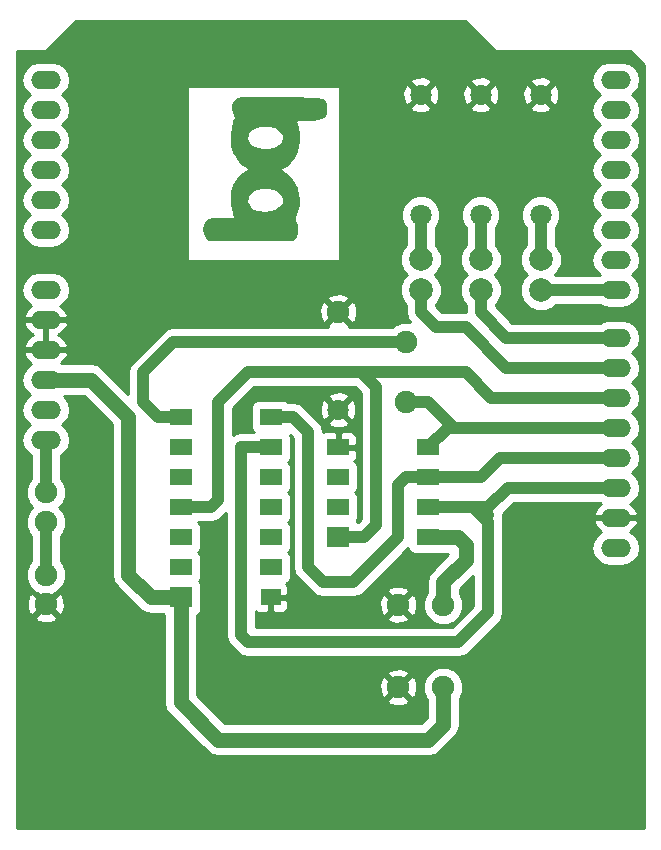
<source format=gtl>
G04 (created by PCBNEW (2013-jul-07)-stable) date Mon 16 Feb 2015 12:54:56 CET*
%MOIN*%
G04 Gerber Fmt 3.4, Leading zero omitted, Abs format*
%FSLAX34Y34*%
G01*
G70*
G90*
G04 APERTURE LIST*
%ADD10C,0.00590551*%
%ADD11C,0.0001*%
%ADD12C,0.0748031*%
%ADD13R,0.0748031X0.0708661*%
%ADD14R,0.0748031X0.0551181*%
%ADD15R,0.0669291X0.0551181*%
%ADD16C,0.0708661*%
%ADD17O,0.1X0.06*%
%ADD18C,0.0787402*%
%ADD19C,0.04*%
%ADD20C,0.05*%
%ADD21C,0.01*%
G04 APERTURE END LIST*
G54D10*
G54D11*
G36*
X63036Y-24567D02*
X63268Y-24569D01*
X63555Y-24573D01*
X63849Y-24577D01*
X64206Y-24582D01*
X64502Y-24587D01*
X64743Y-24593D01*
X64934Y-24602D01*
X65082Y-24614D01*
X65192Y-24631D01*
X65269Y-24654D01*
X65320Y-24685D01*
X65351Y-24726D01*
X65366Y-24776D01*
X65372Y-24839D01*
X65374Y-24915D01*
X65375Y-24937D01*
X65374Y-25058D01*
X65363Y-25158D01*
X65348Y-25209D01*
X65291Y-25275D01*
X65206Y-25321D01*
X65081Y-25350D01*
X64908Y-25364D01*
X64752Y-25367D01*
X64604Y-25369D01*
X64485Y-25375D01*
X64407Y-25383D01*
X64384Y-25392D01*
X64393Y-25436D01*
X64416Y-25521D01*
X64429Y-25566D01*
X63307Y-25566D01*
X63132Y-25582D01*
X62974Y-25629D01*
X62847Y-25708D01*
X62816Y-25741D01*
X62759Y-25856D01*
X62756Y-25984D01*
X62803Y-26107D01*
X62893Y-26209D01*
X62973Y-26255D01*
X63092Y-26285D01*
X63248Y-26299D01*
X63415Y-26296D01*
X63567Y-26277D01*
X63671Y-26246D01*
X63784Y-26172D01*
X63871Y-26079D01*
X63914Y-25985D01*
X63917Y-25961D01*
X63902Y-25887D01*
X63866Y-25798D01*
X63865Y-25796D01*
X63778Y-25696D01*
X63646Y-25623D01*
X63484Y-25580D01*
X63307Y-25566D01*
X64429Y-25566D01*
X64434Y-25580D01*
X64475Y-25792D01*
X64482Y-26028D01*
X64457Y-26258D01*
X64413Y-26420D01*
X64317Y-26610D01*
X64186Y-26778D01*
X64036Y-26903D01*
X63989Y-26931D01*
X63873Y-26990D01*
X64022Y-27092D01*
X64186Y-27238D01*
X64319Y-27432D01*
X64403Y-27617D01*
X64410Y-27647D01*
X63222Y-27647D01*
X63053Y-27681D01*
X62915Y-27747D01*
X62815Y-27837D01*
X62759Y-27946D01*
X62753Y-28066D01*
X62806Y-28191D01*
X62836Y-28230D01*
X62957Y-28326D01*
X63115Y-28384D01*
X63294Y-28404D01*
X63477Y-28388D01*
X63646Y-28335D01*
X63784Y-28245D01*
X63814Y-28215D01*
X63894Y-28097D01*
X63911Y-27989D01*
X63867Y-27881D01*
X63847Y-27854D01*
X63745Y-27756D01*
X63612Y-27691D01*
X63431Y-27653D01*
X63415Y-27651D01*
X63222Y-27647D01*
X64410Y-27647D01*
X64449Y-27796D01*
X64467Y-28005D01*
X64459Y-28220D01*
X64424Y-28414D01*
X64390Y-28512D01*
X64349Y-28610D01*
X64337Y-28671D01*
X64350Y-28718D01*
X64367Y-28744D01*
X64406Y-28844D01*
X64419Y-28977D01*
X64408Y-29117D01*
X64373Y-29236D01*
X64348Y-29279D01*
X64279Y-29367D01*
X62851Y-29367D01*
X61423Y-29367D01*
X61336Y-29264D01*
X61269Y-29139D01*
X61245Y-28989D01*
X61263Y-28841D01*
X61325Y-28716D01*
X61331Y-28710D01*
X61366Y-28672D01*
X61402Y-28646D01*
X61452Y-28629D01*
X61528Y-28618D01*
X61644Y-28612D01*
X61812Y-28607D01*
X61845Y-28606D01*
X62279Y-28595D01*
X62226Y-28456D01*
X62193Y-28324D01*
X62174Y-28138D01*
X62170Y-28000D01*
X62171Y-27840D01*
X62180Y-27725D01*
X62200Y-27632D01*
X62236Y-27540D01*
X62254Y-27500D01*
X62373Y-27304D01*
X62520Y-27143D01*
X62664Y-27043D01*
X62730Y-27006D01*
X62741Y-26982D01*
X62704Y-26956D01*
X62700Y-26954D01*
X62578Y-26864D01*
X62451Y-26736D01*
X62336Y-26590D01*
X62251Y-26448D01*
X62230Y-26397D01*
X62188Y-26219D01*
X62168Y-26011D01*
X62169Y-25797D01*
X62192Y-25598D01*
X62237Y-25437D01*
X62243Y-25422D01*
X62284Y-25324D01*
X62297Y-25263D01*
X62283Y-25216D01*
X62266Y-25189D01*
X62235Y-25105D01*
X62219Y-24985D01*
X62221Y-24859D01*
X62241Y-24755D01*
X62251Y-24732D01*
X62304Y-24673D01*
X62385Y-24616D01*
X62393Y-24612D01*
X62425Y-24598D01*
X62466Y-24587D01*
X62523Y-24578D01*
X62602Y-24572D01*
X62709Y-24568D01*
X62852Y-24567D01*
X63036Y-24567D01*
X63036Y-24567D01*
X63036Y-24567D01*
G37*
G54D12*
X68000Y-34750D03*
X69250Y-41500D03*
X69250Y-44250D03*
X67750Y-44250D03*
G54D13*
X60500Y-41250D03*
G54D14*
X60500Y-40250D03*
X60500Y-39250D03*
X60500Y-38250D03*
X60500Y-37250D03*
X60500Y-36250D03*
X60500Y-35250D03*
X63500Y-35250D03*
X63500Y-36250D03*
X63500Y-37250D03*
X63500Y-38250D03*
X63500Y-39250D03*
X63500Y-40250D03*
G54D15*
X63500Y-41250D03*
G54D16*
X65750Y-35000D03*
G54D12*
X65750Y-31750D03*
X56000Y-40500D03*
X56000Y-41484D03*
X56000Y-38750D03*
X56000Y-37750D03*
G54D13*
X65750Y-39250D03*
G54D14*
X65750Y-38250D03*
X65750Y-37250D03*
X65750Y-36250D03*
X68750Y-36250D03*
X68750Y-37250D03*
X68750Y-38250D03*
X68750Y-39250D03*
G54D17*
X56000Y-24000D03*
X56000Y-25000D03*
X56000Y-26000D03*
X56000Y-29000D03*
X56000Y-28000D03*
X56000Y-27000D03*
X56000Y-31000D03*
X56000Y-32000D03*
X56000Y-33000D03*
X56000Y-35000D03*
X56000Y-36000D03*
X75000Y-24000D03*
X75000Y-25000D03*
X75000Y-26000D03*
X75000Y-27000D03*
X75000Y-28000D03*
X75000Y-29000D03*
X75000Y-30000D03*
X75000Y-31000D03*
X75000Y-32600D03*
X75000Y-33600D03*
X75000Y-34600D03*
X75000Y-35600D03*
X75000Y-36600D03*
X75000Y-37600D03*
X75000Y-38600D03*
X75000Y-39600D03*
X56000Y-34000D03*
G54D18*
X72500Y-31011D03*
X72500Y-29988D03*
X70500Y-31011D03*
X70500Y-29988D03*
X68500Y-31011D03*
X68500Y-29988D03*
G54D16*
X72500Y-24500D03*
X72500Y-28500D03*
X70500Y-24500D03*
X70500Y-28500D03*
X68500Y-24500D03*
X68500Y-28500D03*
G54D12*
X67750Y-41500D03*
X68000Y-32750D03*
G54D19*
X75000Y-32600D02*
X71350Y-32600D01*
X70500Y-31750D02*
X70500Y-31011D01*
X71350Y-32600D02*
X70500Y-31750D01*
X68750Y-38250D02*
X70250Y-38250D01*
X70250Y-38250D02*
X70500Y-38500D01*
X70500Y-38500D02*
X70750Y-38500D01*
X70750Y-38500D02*
X70500Y-38500D01*
X63500Y-36250D02*
X62500Y-36250D01*
X62500Y-36250D02*
X62500Y-42500D01*
X62500Y-42500D02*
X62750Y-42750D01*
X62750Y-42750D02*
X69750Y-42750D01*
X69750Y-42750D02*
X70750Y-41750D01*
X70750Y-41750D02*
X70750Y-38750D01*
X70750Y-38750D02*
X70500Y-38500D01*
X70500Y-38500D02*
X70500Y-38500D01*
X75000Y-37600D02*
X71400Y-37600D01*
X70750Y-38250D02*
X68750Y-38250D01*
X71400Y-37600D02*
X70750Y-38250D01*
X68000Y-32750D02*
X60250Y-32750D01*
X59750Y-35250D02*
X60500Y-35250D01*
X59250Y-34750D02*
X59750Y-35250D01*
X59250Y-33750D02*
X59250Y-34750D01*
X60250Y-32750D02*
X59250Y-33750D01*
X68000Y-34750D02*
X68750Y-34750D01*
X68750Y-34750D02*
X69600Y-35600D01*
X75000Y-35600D02*
X69600Y-35600D01*
X69600Y-35600D02*
X69400Y-35600D01*
X69400Y-35600D02*
X68750Y-36250D01*
X65750Y-39250D02*
X66599Y-39250D01*
X67000Y-34250D02*
X66500Y-33750D01*
X67000Y-38849D02*
X67000Y-34250D01*
X66599Y-39250D02*
X67000Y-38849D01*
X75000Y-34600D02*
X70850Y-34600D01*
X70000Y-33750D02*
X67250Y-33750D01*
X70850Y-34600D02*
X70000Y-33750D01*
X60500Y-38250D02*
X61500Y-38250D01*
X62750Y-33750D02*
X66500Y-33750D01*
X66500Y-33750D02*
X67250Y-33750D01*
X61750Y-34750D02*
X62750Y-33750D01*
X61750Y-38000D02*
X61750Y-34750D01*
X61500Y-38250D02*
X61750Y-38000D01*
X75000Y-31000D02*
X72511Y-31000D01*
X72511Y-31000D02*
X72500Y-31011D01*
X63500Y-35250D02*
X64250Y-35250D01*
X68000Y-37250D02*
X68750Y-37250D01*
X67750Y-37500D02*
X68000Y-37250D01*
X67750Y-39250D02*
X67750Y-37500D01*
X66250Y-40750D02*
X67750Y-39250D01*
X65250Y-40750D02*
X66250Y-40750D01*
X64750Y-40250D02*
X65250Y-40750D01*
X64750Y-35750D02*
X64750Y-40250D01*
X64250Y-35250D02*
X64750Y-35750D01*
X75000Y-36600D02*
X71150Y-36600D01*
X70500Y-37250D02*
X68750Y-37250D01*
X71150Y-36600D02*
X70500Y-37250D01*
X72500Y-29988D02*
X72500Y-28500D01*
X70500Y-29988D02*
X70500Y-28500D01*
X68500Y-29988D02*
X68500Y-28500D01*
X56000Y-38750D02*
X56000Y-40500D01*
X56000Y-36000D02*
X56000Y-37750D01*
X68500Y-31011D02*
X68500Y-31750D01*
X71350Y-33600D02*
X75000Y-33600D01*
X70000Y-32250D02*
X71350Y-33600D01*
X69000Y-32250D02*
X70000Y-32250D01*
X68500Y-31750D02*
X69000Y-32250D01*
G54D20*
X69250Y-44250D02*
X69250Y-45500D01*
X60500Y-44750D02*
X60500Y-41250D01*
X61750Y-46000D02*
X60500Y-44750D01*
X68750Y-46000D02*
X61750Y-46000D01*
X69250Y-45500D02*
X68750Y-46000D01*
X68750Y-39250D02*
X69250Y-39250D01*
X69250Y-40750D02*
X69250Y-41500D01*
X70000Y-40000D02*
X69250Y-40750D01*
X70000Y-39500D02*
X70000Y-40000D01*
X69750Y-39250D02*
X70000Y-39500D01*
X69250Y-39250D02*
X69750Y-39250D01*
X56000Y-34000D02*
X57500Y-34000D01*
X59500Y-41250D02*
X60500Y-41250D01*
X58750Y-40500D02*
X59500Y-41250D01*
X58750Y-35250D02*
X58750Y-40500D01*
X57500Y-34000D02*
X58750Y-35250D01*
G54D10*
G36*
X64150Y-35857D02*
X64250Y-35957D01*
X64250Y-40250D01*
X64288Y-40441D01*
X64396Y-40603D01*
X64396Y-40603D01*
X64896Y-41103D01*
X65058Y-41211D01*
X65250Y-41250D01*
X65250Y-41250D01*
X66249Y-41250D01*
X66250Y-41250D01*
X66441Y-41211D01*
X66603Y-41103D01*
X68089Y-39617D01*
X68121Y-39695D01*
X68205Y-39779D01*
X68316Y-39825D01*
X68435Y-39825D01*
X69183Y-39825D01*
X69245Y-39800D01*
X69250Y-39800D01*
X69422Y-39800D01*
X68861Y-40361D01*
X68741Y-40539D01*
X68700Y-40750D01*
X68700Y-40871D01*
X67849Y-40871D01*
X67601Y-40881D01*
X67417Y-40957D01*
X67381Y-41060D01*
X67451Y-41131D01*
X67310Y-41131D01*
X67207Y-41167D01*
X67158Y-41300D01*
X64022Y-41300D01*
X63550Y-41300D01*
X63550Y-41713D01*
X63612Y-41775D01*
X63785Y-41775D01*
X63884Y-41775D01*
X63976Y-41737D01*
X64046Y-41667D01*
X64084Y-41575D01*
X64084Y-41362D01*
X64022Y-41300D01*
X67158Y-41300D01*
X67121Y-41400D01*
X67131Y-41648D01*
X67207Y-41832D01*
X67310Y-41868D01*
X67679Y-41500D01*
X67310Y-41131D01*
X67451Y-41131D01*
X67750Y-41429D01*
X68118Y-41060D01*
X68082Y-40957D01*
X67849Y-40871D01*
X68700Y-40871D01*
X68700Y-41096D01*
X68678Y-41117D01*
X68673Y-41131D01*
X68189Y-41131D01*
X67820Y-41500D01*
X67891Y-41570D01*
X67750Y-41570D01*
X67381Y-41939D01*
X67417Y-42042D01*
X67650Y-42128D01*
X67898Y-42118D01*
X68082Y-42042D01*
X68118Y-41939D01*
X67750Y-41570D01*
X67891Y-41570D01*
X68189Y-41868D01*
X68292Y-41832D01*
X68378Y-41599D01*
X68368Y-41351D01*
X68292Y-41167D01*
X68189Y-41131D01*
X68673Y-41131D01*
X68576Y-41365D01*
X68575Y-41633D01*
X68678Y-41881D01*
X68867Y-42071D01*
X69115Y-42173D01*
X69383Y-42174D01*
X69631Y-42071D01*
X69821Y-41882D01*
X69923Y-41634D01*
X69924Y-41366D01*
X69821Y-41118D01*
X69800Y-41096D01*
X69800Y-40977D01*
X70250Y-40527D01*
X70250Y-41542D01*
X69542Y-42250D01*
X63000Y-42250D01*
X63000Y-41713D01*
X63023Y-41737D01*
X63115Y-41775D01*
X63214Y-41775D01*
X63387Y-41775D01*
X63450Y-41713D01*
X63450Y-41300D01*
X63442Y-41300D01*
X63442Y-41200D01*
X63450Y-41200D01*
X63450Y-41192D01*
X63550Y-41192D01*
X63550Y-41200D01*
X64022Y-41200D01*
X64084Y-41137D01*
X64084Y-40924D01*
X64046Y-40832D01*
X64008Y-40794D01*
X64043Y-40780D01*
X64128Y-40695D01*
X64173Y-40585D01*
X64174Y-40466D01*
X64174Y-39914D01*
X64128Y-39804D01*
X64073Y-39749D01*
X64128Y-39695D01*
X64173Y-39585D01*
X64174Y-39466D01*
X64174Y-38914D01*
X64128Y-38804D01*
X64073Y-38749D01*
X64128Y-38695D01*
X64173Y-38585D01*
X64174Y-38466D01*
X64174Y-37914D01*
X64128Y-37804D01*
X64073Y-37749D01*
X64128Y-37695D01*
X64173Y-37585D01*
X64174Y-37466D01*
X64174Y-36914D01*
X64128Y-36804D01*
X64073Y-36749D01*
X64128Y-36695D01*
X64173Y-36585D01*
X64174Y-36466D01*
X64174Y-35914D01*
X64150Y-35857D01*
X64150Y-35857D01*
G37*
G54D21*
X64150Y-35857D02*
X64250Y-35957D01*
X64250Y-40250D01*
X64288Y-40441D01*
X64396Y-40603D01*
X64396Y-40603D01*
X64896Y-41103D01*
X65058Y-41211D01*
X65250Y-41250D01*
X65250Y-41250D01*
X66249Y-41250D01*
X66250Y-41250D01*
X66441Y-41211D01*
X66603Y-41103D01*
X68089Y-39617D01*
X68121Y-39695D01*
X68205Y-39779D01*
X68316Y-39825D01*
X68435Y-39825D01*
X69183Y-39825D01*
X69245Y-39800D01*
X69250Y-39800D01*
X69422Y-39800D01*
X68861Y-40361D01*
X68741Y-40539D01*
X68700Y-40750D01*
X68700Y-40871D01*
X67849Y-40871D01*
X67601Y-40881D01*
X67417Y-40957D01*
X67381Y-41060D01*
X67451Y-41131D01*
X67310Y-41131D01*
X67207Y-41167D01*
X67158Y-41300D01*
X64022Y-41300D01*
X63550Y-41300D01*
X63550Y-41713D01*
X63612Y-41775D01*
X63785Y-41775D01*
X63884Y-41775D01*
X63976Y-41737D01*
X64046Y-41667D01*
X64084Y-41575D01*
X64084Y-41362D01*
X64022Y-41300D01*
X67158Y-41300D01*
X67121Y-41400D01*
X67131Y-41648D01*
X67207Y-41832D01*
X67310Y-41868D01*
X67679Y-41500D01*
X67310Y-41131D01*
X67451Y-41131D01*
X67750Y-41429D01*
X68118Y-41060D01*
X68082Y-40957D01*
X67849Y-40871D01*
X68700Y-40871D01*
X68700Y-41096D01*
X68678Y-41117D01*
X68673Y-41131D01*
X68189Y-41131D01*
X67820Y-41500D01*
X67891Y-41570D01*
X67750Y-41570D01*
X67381Y-41939D01*
X67417Y-42042D01*
X67650Y-42128D01*
X67898Y-42118D01*
X68082Y-42042D01*
X68118Y-41939D01*
X67750Y-41570D01*
X67891Y-41570D01*
X68189Y-41868D01*
X68292Y-41832D01*
X68378Y-41599D01*
X68368Y-41351D01*
X68292Y-41167D01*
X68189Y-41131D01*
X68673Y-41131D01*
X68576Y-41365D01*
X68575Y-41633D01*
X68678Y-41881D01*
X68867Y-42071D01*
X69115Y-42173D01*
X69383Y-42174D01*
X69631Y-42071D01*
X69821Y-41882D01*
X69923Y-41634D01*
X69924Y-41366D01*
X69821Y-41118D01*
X69800Y-41096D01*
X69800Y-40977D01*
X70250Y-40527D01*
X70250Y-41542D01*
X69542Y-42250D01*
X63000Y-42250D01*
X63000Y-41713D01*
X63023Y-41737D01*
X63115Y-41775D01*
X63214Y-41775D01*
X63387Y-41775D01*
X63450Y-41713D01*
X63450Y-41300D01*
X63442Y-41300D01*
X63442Y-41200D01*
X63450Y-41200D01*
X63450Y-41192D01*
X63550Y-41192D01*
X63550Y-41200D01*
X64022Y-41200D01*
X64084Y-41137D01*
X64084Y-40924D01*
X64046Y-40832D01*
X64008Y-40794D01*
X64043Y-40780D01*
X64128Y-40695D01*
X64173Y-40585D01*
X64174Y-40466D01*
X64174Y-39914D01*
X64128Y-39804D01*
X64073Y-39749D01*
X64128Y-39695D01*
X64173Y-39585D01*
X64174Y-39466D01*
X64174Y-38914D01*
X64128Y-38804D01*
X64073Y-38749D01*
X64128Y-38695D01*
X64173Y-38585D01*
X64174Y-38466D01*
X64174Y-37914D01*
X64128Y-37804D01*
X64073Y-37749D01*
X64128Y-37695D01*
X64173Y-37585D01*
X64174Y-37466D01*
X64174Y-36914D01*
X64128Y-36804D01*
X64073Y-36749D01*
X64128Y-36695D01*
X64173Y-36585D01*
X64174Y-36466D01*
X64174Y-35914D01*
X64150Y-35857D01*
G54D10*
G36*
X66292Y-34250D02*
X66434Y-34391D01*
X65844Y-34391D01*
X65604Y-34401D01*
X65429Y-34473D01*
X65395Y-34574D01*
X65466Y-34645D01*
X65324Y-34645D01*
X65223Y-34679D01*
X65141Y-34905D01*
X65151Y-35145D01*
X65223Y-35320D01*
X65324Y-35354D01*
X65679Y-35000D01*
X65324Y-34645D01*
X65466Y-34645D01*
X65750Y-34929D01*
X66104Y-34574D01*
X66070Y-34473D01*
X65844Y-34391D01*
X66434Y-34391D01*
X66500Y-34457D01*
X66500Y-34645D01*
X66175Y-34645D01*
X65820Y-35000D01*
X65891Y-35070D01*
X65750Y-35070D01*
X65395Y-35425D01*
X65429Y-35526D01*
X65655Y-35608D01*
X65895Y-35598D01*
X66070Y-35526D01*
X66104Y-35425D01*
X65750Y-35070D01*
X65891Y-35070D01*
X66175Y-35354D01*
X66276Y-35320D01*
X66358Y-35094D01*
X66348Y-34854D01*
X66276Y-34679D01*
X66175Y-34645D01*
X66500Y-34645D01*
X66500Y-35724D01*
X66074Y-35724D01*
X65862Y-35724D01*
X65800Y-35786D01*
X65800Y-36200D01*
X66311Y-36200D01*
X66374Y-36137D01*
X66374Y-35924D01*
X66336Y-35832D01*
X66265Y-35762D01*
X66173Y-35724D01*
X66074Y-35724D01*
X66500Y-35724D01*
X66500Y-38642D01*
X66392Y-38750D01*
X66388Y-38750D01*
X66378Y-38725D01*
X66363Y-38710D01*
X66378Y-38695D01*
X66423Y-38585D01*
X66424Y-38466D01*
X66424Y-37914D01*
X66378Y-37804D01*
X66323Y-37749D01*
X66378Y-37695D01*
X66423Y-37585D01*
X66424Y-37466D01*
X66424Y-36914D01*
X66378Y-36804D01*
X66294Y-36720D01*
X66286Y-36716D01*
X66336Y-36667D01*
X66374Y-36575D01*
X66374Y-36362D01*
X66311Y-36300D01*
X65800Y-36300D01*
X65800Y-36307D01*
X65700Y-36307D01*
X65700Y-36300D01*
X65692Y-36300D01*
X65692Y-36200D01*
X65700Y-36200D01*
X65700Y-35786D01*
X65637Y-35724D01*
X65425Y-35724D01*
X65326Y-35724D01*
X65250Y-35756D01*
X65250Y-35750D01*
X65250Y-35750D01*
X65250Y-35750D01*
X65211Y-35558D01*
X65103Y-35396D01*
X64603Y-34896D01*
X64603Y-34896D01*
X64603Y-34896D01*
X64441Y-34788D01*
X64250Y-34750D01*
X64073Y-34750D01*
X64044Y-34720D01*
X63933Y-34674D01*
X63814Y-34674D01*
X63066Y-34674D01*
X62956Y-34719D01*
X62871Y-34804D01*
X62826Y-34914D01*
X62825Y-35033D01*
X62825Y-35585D01*
X62871Y-35695D01*
X62926Y-35750D01*
X62500Y-35750D01*
X62308Y-35788D01*
X62250Y-35827D01*
X62250Y-34957D01*
X62957Y-34250D01*
X66292Y-34250D01*
X66292Y-34250D01*
G37*
G54D21*
X66292Y-34250D02*
X66434Y-34391D01*
X65844Y-34391D01*
X65604Y-34401D01*
X65429Y-34473D01*
X65395Y-34574D01*
X65466Y-34645D01*
X65324Y-34645D01*
X65223Y-34679D01*
X65141Y-34905D01*
X65151Y-35145D01*
X65223Y-35320D01*
X65324Y-35354D01*
X65679Y-35000D01*
X65324Y-34645D01*
X65466Y-34645D01*
X65750Y-34929D01*
X66104Y-34574D01*
X66070Y-34473D01*
X65844Y-34391D01*
X66434Y-34391D01*
X66500Y-34457D01*
X66500Y-34645D01*
X66175Y-34645D01*
X65820Y-35000D01*
X65891Y-35070D01*
X65750Y-35070D01*
X65395Y-35425D01*
X65429Y-35526D01*
X65655Y-35608D01*
X65895Y-35598D01*
X66070Y-35526D01*
X66104Y-35425D01*
X65750Y-35070D01*
X65891Y-35070D01*
X66175Y-35354D01*
X66276Y-35320D01*
X66358Y-35094D01*
X66348Y-34854D01*
X66276Y-34679D01*
X66175Y-34645D01*
X66500Y-34645D01*
X66500Y-35724D01*
X66074Y-35724D01*
X65862Y-35724D01*
X65800Y-35786D01*
X65800Y-36200D01*
X66311Y-36200D01*
X66374Y-36137D01*
X66374Y-35924D01*
X66336Y-35832D01*
X66265Y-35762D01*
X66173Y-35724D01*
X66074Y-35724D01*
X66500Y-35724D01*
X66500Y-38642D01*
X66392Y-38750D01*
X66388Y-38750D01*
X66378Y-38725D01*
X66363Y-38710D01*
X66378Y-38695D01*
X66423Y-38585D01*
X66424Y-38466D01*
X66424Y-37914D01*
X66378Y-37804D01*
X66323Y-37749D01*
X66378Y-37695D01*
X66423Y-37585D01*
X66424Y-37466D01*
X66424Y-36914D01*
X66378Y-36804D01*
X66294Y-36720D01*
X66286Y-36716D01*
X66336Y-36667D01*
X66374Y-36575D01*
X66374Y-36362D01*
X66311Y-36300D01*
X65800Y-36300D01*
X65800Y-36307D01*
X65700Y-36307D01*
X65700Y-36300D01*
X65692Y-36300D01*
X65692Y-36200D01*
X65700Y-36200D01*
X65700Y-35786D01*
X65637Y-35724D01*
X65425Y-35724D01*
X65326Y-35724D01*
X65250Y-35756D01*
X65250Y-35750D01*
X65250Y-35750D01*
X65250Y-35750D01*
X65211Y-35558D01*
X65103Y-35396D01*
X64603Y-34896D01*
X64603Y-34896D01*
X64603Y-34896D01*
X64441Y-34788D01*
X64250Y-34750D01*
X64073Y-34750D01*
X64044Y-34720D01*
X63933Y-34674D01*
X63814Y-34674D01*
X63066Y-34674D01*
X62956Y-34719D01*
X62871Y-34804D01*
X62826Y-34914D01*
X62825Y-35033D01*
X62825Y-35585D01*
X62871Y-35695D01*
X62926Y-35750D01*
X62500Y-35750D01*
X62308Y-35788D01*
X62250Y-35827D01*
X62250Y-34957D01*
X62957Y-34250D01*
X66292Y-34250D01*
G54D10*
G36*
X69979Y-22050D02*
X70979Y-23050D01*
X75479Y-23050D01*
X75829Y-23400D01*
X75215Y-23400D01*
X74784Y-23400D01*
X56215Y-23400D01*
X55784Y-23400D01*
X55554Y-23445D01*
X55360Y-23575D01*
X55229Y-23770D01*
X55184Y-24000D01*
X55229Y-24229D01*
X55360Y-24424D01*
X55473Y-24500D01*
X55360Y-24575D01*
X55229Y-24770D01*
X55184Y-25000D01*
X55229Y-25229D01*
X55360Y-25424D01*
X55473Y-25500D01*
X55360Y-25575D01*
X55229Y-25770D01*
X55184Y-26000D01*
X55229Y-26229D01*
X55360Y-26424D01*
X55473Y-26500D01*
X55360Y-26575D01*
X55229Y-26770D01*
X55184Y-27000D01*
X55229Y-27229D01*
X55360Y-27424D01*
X55473Y-27500D01*
X55360Y-27575D01*
X55229Y-27770D01*
X55184Y-28000D01*
X55229Y-28229D01*
X55360Y-28424D01*
X55473Y-28500D01*
X55360Y-28575D01*
X55229Y-28770D01*
X55184Y-29000D01*
X55229Y-29229D01*
X55360Y-29424D01*
X55554Y-29554D01*
X55784Y-29600D01*
X56215Y-29600D01*
X56445Y-29554D01*
X56639Y-29424D01*
X56770Y-29229D01*
X56815Y-29000D01*
X56770Y-28770D01*
X56639Y-28575D01*
X56526Y-28500D01*
X56639Y-28424D01*
X56770Y-28229D01*
X56815Y-28000D01*
X56770Y-27770D01*
X56639Y-27575D01*
X56526Y-27500D01*
X56639Y-27424D01*
X56770Y-27229D01*
X56815Y-27000D01*
X56770Y-26770D01*
X56639Y-26575D01*
X56526Y-26500D01*
X56639Y-26424D01*
X56770Y-26229D01*
X56815Y-26000D01*
X56770Y-25770D01*
X56639Y-25575D01*
X56526Y-25500D01*
X56639Y-25424D01*
X56770Y-25229D01*
X56815Y-25000D01*
X56770Y-24770D01*
X56639Y-24575D01*
X56526Y-24500D01*
X56639Y-24424D01*
X56770Y-24229D01*
X56815Y-24000D01*
X56770Y-23770D01*
X56639Y-23575D01*
X56445Y-23445D01*
X56215Y-23400D01*
X74784Y-23400D01*
X74554Y-23445D01*
X74360Y-23575D01*
X74229Y-23770D01*
X74205Y-23891D01*
X72594Y-23891D01*
X70594Y-23891D01*
X68594Y-23891D01*
X68354Y-23901D01*
X68179Y-23973D01*
X68145Y-24074D01*
X68216Y-24145D01*
X68074Y-24145D01*
X67973Y-24179D01*
X67966Y-24200D01*
X65800Y-24200D01*
X60700Y-24200D01*
X60700Y-30050D01*
X65800Y-30050D01*
X65800Y-24200D01*
X67966Y-24200D01*
X67891Y-24405D01*
X67901Y-24645D01*
X67973Y-24820D01*
X68074Y-24854D01*
X68429Y-24500D01*
X68129Y-24200D01*
X68074Y-24145D01*
X68216Y-24145D01*
X68270Y-24200D01*
X68500Y-24429D01*
X68729Y-24200D01*
X68854Y-24074D01*
X68820Y-23973D01*
X68594Y-23891D01*
X70594Y-23891D01*
X70354Y-23901D01*
X70179Y-23973D01*
X70145Y-24074D01*
X70216Y-24145D01*
X70074Y-24145D01*
X68925Y-24145D01*
X68870Y-24200D01*
X68570Y-24500D01*
X68641Y-24570D01*
X68500Y-24570D01*
X68145Y-24925D01*
X68179Y-25026D01*
X68405Y-25108D01*
X68645Y-25098D01*
X68820Y-25026D01*
X68854Y-24925D01*
X68500Y-24570D01*
X68641Y-24570D01*
X68925Y-24854D01*
X69026Y-24820D01*
X69108Y-24594D01*
X69098Y-24354D01*
X69034Y-24200D01*
X69026Y-24179D01*
X68925Y-24145D01*
X70074Y-24145D01*
X69973Y-24179D01*
X69966Y-24200D01*
X69891Y-24405D01*
X69901Y-24645D01*
X69973Y-24820D01*
X70074Y-24854D01*
X70429Y-24500D01*
X70129Y-24200D01*
X70074Y-24145D01*
X70216Y-24145D01*
X70270Y-24200D01*
X70500Y-24429D01*
X70729Y-24200D01*
X70854Y-24074D01*
X70820Y-23973D01*
X70594Y-23891D01*
X72594Y-23891D01*
X72354Y-23901D01*
X72179Y-23973D01*
X72145Y-24074D01*
X72216Y-24145D01*
X72074Y-24145D01*
X70925Y-24145D01*
X70870Y-24200D01*
X70570Y-24500D01*
X70641Y-24570D01*
X70500Y-24570D01*
X70145Y-24925D01*
X70179Y-25026D01*
X70405Y-25108D01*
X70645Y-25098D01*
X70820Y-25026D01*
X70854Y-24925D01*
X70500Y-24570D01*
X70641Y-24570D01*
X70925Y-24854D01*
X71026Y-24820D01*
X71108Y-24594D01*
X71098Y-24354D01*
X71034Y-24200D01*
X71026Y-24179D01*
X70925Y-24145D01*
X72074Y-24145D01*
X71973Y-24179D01*
X71966Y-24200D01*
X71891Y-24405D01*
X71901Y-24645D01*
X71973Y-24820D01*
X72074Y-24854D01*
X72429Y-24500D01*
X72129Y-24200D01*
X72074Y-24145D01*
X72216Y-24145D01*
X72270Y-24200D01*
X72500Y-24429D01*
X72729Y-24200D01*
X72854Y-24074D01*
X72820Y-23973D01*
X72594Y-23891D01*
X74205Y-23891D01*
X74184Y-24000D01*
X74213Y-24145D01*
X72925Y-24145D01*
X72870Y-24200D01*
X72570Y-24500D01*
X72641Y-24570D01*
X72500Y-24570D01*
X72145Y-24925D01*
X72179Y-25026D01*
X72405Y-25108D01*
X72645Y-25098D01*
X72820Y-25026D01*
X72854Y-24925D01*
X72500Y-24570D01*
X72641Y-24570D01*
X72925Y-24854D01*
X73026Y-24820D01*
X73108Y-24594D01*
X73098Y-24354D01*
X73034Y-24200D01*
X73026Y-24179D01*
X72925Y-24145D01*
X74213Y-24145D01*
X74224Y-24200D01*
X74229Y-24229D01*
X74360Y-24424D01*
X74473Y-24500D01*
X74360Y-24575D01*
X74229Y-24770D01*
X74184Y-25000D01*
X74229Y-25229D01*
X74360Y-25424D01*
X74473Y-25500D01*
X74360Y-25575D01*
X74229Y-25770D01*
X74184Y-26000D01*
X74229Y-26229D01*
X74360Y-26424D01*
X74473Y-26500D01*
X74360Y-26575D01*
X74229Y-26770D01*
X74184Y-27000D01*
X74229Y-27229D01*
X74360Y-27424D01*
X74473Y-27500D01*
X74360Y-27575D01*
X74229Y-27770D01*
X74184Y-28000D01*
X74229Y-28229D01*
X74360Y-28424D01*
X74473Y-28500D01*
X74360Y-28575D01*
X74229Y-28770D01*
X74184Y-29000D01*
X74229Y-29229D01*
X74360Y-29424D01*
X74473Y-29500D01*
X74360Y-29575D01*
X74229Y-29770D01*
X74184Y-30000D01*
X74229Y-30229D01*
X74360Y-30424D01*
X74473Y-30500D01*
X72969Y-30500D01*
X72969Y-30499D01*
X73087Y-30381D01*
X73193Y-30126D01*
X73193Y-29850D01*
X73088Y-29595D01*
X73000Y-29507D01*
X73000Y-28925D01*
X73054Y-28871D01*
X73154Y-28630D01*
X73154Y-28370D01*
X73055Y-28129D01*
X72871Y-27945D01*
X72630Y-27845D01*
X72370Y-27845D01*
X70370Y-27845D01*
X70129Y-27944D01*
X69945Y-28128D01*
X69845Y-28369D01*
X69845Y-28629D01*
X69944Y-28870D01*
X70000Y-28925D01*
X70000Y-29507D01*
X69912Y-29594D01*
X69806Y-29849D01*
X69806Y-30125D01*
X69911Y-30380D01*
X70030Y-30500D01*
X69912Y-30618D01*
X69806Y-30873D01*
X69806Y-31149D01*
X69911Y-31404D01*
X70000Y-31492D01*
X70000Y-31750D01*
X69207Y-31750D01*
X69000Y-31542D01*
X69000Y-31492D01*
X69087Y-31405D01*
X69193Y-31150D01*
X69193Y-30874D01*
X69088Y-30619D01*
X68969Y-30499D01*
X69087Y-30381D01*
X69193Y-30126D01*
X69193Y-29850D01*
X69088Y-29595D01*
X69000Y-29507D01*
X69000Y-28925D01*
X69054Y-28871D01*
X69154Y-28630D01*
X69154Y-28370D01*
X69055Y-28129D01*
X68871Y-27945D01*
X68630Y-27845D01*
X68370Y-27845D01*
X68129Y-27944D01*
X67945Y-28128D01*
X67845Y-28369D01*
X67845Y-28629D01*
X67944Y-28870D01*
X68000Y-28925D01*
X68000Y-29507D01*
X67912Y-29594D01*
X67806Y-29849D01*
X67806Y-30125D01*
X67911Y-30380D01*
X67930Y-30400D01*
X56215Y-30400D01*
X55784Y-30400D01*
X55554Y-30445D01*
X55360Y-30575D01*
X55229Y-30770D01*
X55184Y-31000D01*
X55229Y-31229D01*
X55360Y-31424D01*
X55519Y-31530D01*
X55375Y-31646D01*
X55272Y-31835D01*
X55266Y-31864D01*
X55315Y-31950D01*
X55950Y-31950D01*
X55950Y-31942D01*
X56050Y-31942D01*
X56050Y-31950D01*
X56684Y-31950D01*
X56733Y-31864D01*
X56727Y-31835D01*
X56624Y-31646D01*
X56480Y-31530D01*
X56639Y-31424D01*
X56770Y-31229D01*
X56815Y-31000D01*
X56770Y-30770D01*
X56639Y-30575D01*
X56445Y-30445D01*
X56215Y-30400D01*
X67930Y-30400D01*
X68030Y-30500D01*
X67912Y-30618D01*
X67806Y-30873D01*
X67806Y-31121D01*
X65849Y-31121D01*
X65601Y-31131D01*
X65417Y-31207D01*
X65381Y-31310D01*
X65451Y-31381D01*
X65310Y-31381D01*
X65207Y-31417D01*
X65121Y-31650D01*
X65131Y-31898D01*
X65194Y-32050D01*
X56684Y-32050D01*
X56050Y-32050D01*
X55950Y-32050D01*
X55315Y-32050D01*
X55266Y-32135D01*
X55272Y-32164D01*
X55375Y-32353D01*
X55543Y-32488D01*
X55580Y-32500D01*
X55543Y-32511D01*
X55375Y-32646D01*
X55272Y-32835D01*
X55266Y-32864D01*
X55315Y-32950D01*
X55950Y-32950D01*
X55950Y-32550D01*
X55950Y-32450D01*
X55950Y-32050D01*
X56050Y-32050D01*
X56050Y-32450D01*
X56050Y-32550D01*
X56050Y-32950D01*
X56684Y-32950D01*
X56733Y-32864D01*
X56727Y-32835D01*
X56624Y-32646D01*
X56456Y-32511D01*
X56419Y-32500D01*
X56456Y-32488D01*
X56624Y-32353D01*
X56727Y-32164D01*
X56733Y-32135D01*
X56684Y-32050D01*
X65194Y-32050D01*
X65207Y-32082D01*
X65310Y-32118D01*
X65679Y-31750D01*
X65310Y-31381D01*
X65451Y-31381D01*
X65750Y-31679D01*
X66118Y-31310D01*
X66082Y-31207D01*
X65849Y-31121D01*
X67806Y-31121D01*
X67806Y-31149D01*
X67902Y-31381D01*
X66189Y-31381D01*
X65820Y-31750D01*
X66189Y-32118D01*
X66292Y-32082D01*
X66378Y-31849D01*
X66368Y-31601D01*
X66292Y-31417D01*
X66189Y-31381D01*
X67902Y-31381D01*
X67911Y-31404D01*
X68000Y-31492D01*
X68000Y-31750D01*
X68038Y-31941D01*
X68128Y-32076D01*
X67866Y-32075D01*
X67618Y-32178D01*
X67546Y-32250D01*
X66097Y-32250D01*
X66118Y-32189D01*
X65750Y-31820D01*
X65381Y-32189D01*
X65402Y-32250D01*
X60250Y-32250D01*
X60058Y-32288D01*
X59896Y-32396D01*
X59896Y-32396D01*
X58896Y-33396D01*
X58788Y-33558D01*
X58749Y-33750D01*
X58750Y-33750D01*
X58750Y-34472D01*
X57888Y-33611D01*
X57710Y-33491D01*
X57500Y-33450D01*
X56504Y-33450D01*
X56624Y-33353D01*
X56727Y-33164D01*
X56733Y-33135D01*
X56684Y-33050D01*
X56050Y-33050D01*
X56050Y-33057D01*
X55950Y-33057D01*
X55950Y-33050D01*
X55315Y-33050D01*
X55266Y-33135D01*
X55272Y-33164D01*
X55375Y-33353D01*
X55519Y-33469D01*
X55360Y-33575D01*
X55229Y-33770D01*
X55184Y-34000D01*
X55229Y-34229D01*
X55360Y-34424D01*
X55473Y-34500D01*
X55360Y-34575D01*
X55229Y-34770D01*
X55184Y-35000D01*
X55229Y-35229D01*
X55360Y-35424D01*
X55473Y-35500D01*
X55360Y-35575D01*
X55229Y-35770D01*
X55184Y-36000D01*
X55229Y-36229D01*
X55360Y-36424D01*
X55500Y-36517D01*
X55500Y-37296D01*
X55428Y-37367D01*
X55326Y-37615D01*
X55325Y-37883D01*
X55428Y-38131D01*
X55546Y-38250D01*
X55428Y-38367D01*
X55326Y-38615D01*
X55325Y-38883D01*
X55428Y-39131D01*
X55500Y-39203D01*
X55500Y-40046D01*
X55428Y-40117D01*
X55326Y-40365D01*
X55325Y-40633D01*
X55428Y-40881D01*
X55617Y-41071D01*
X55685Y-41099D01*
X55701Y-41115D01*
X55560Y-41115D01*
X55457Y-41151D01*
X55371Y-41384D01*
X55381Y-41632D01*
X55457Y-41816D01*
X55560Y-41853D01*
X55929Y-41484D01*
X55560Y-41115D01*
X55701Y-41115D01*
X56000Y-41413D01*
X56313Y-41099D01*
X56381Y-41071D01*
X56571Y-40882D01*
X56673Y-40634D01*
X56674Y-40366D01*
X56571Y-40118D01*
X56500Y-40046D01*
X56500Y-39203D01*
X56571Y-39132D01*
X56673Y-38884D01*
X56674Y-38616D01*
X56571Y-38368D01*
X56453Y-38249D01*
X56571Y-38132D01*
X56673Y-37884D01*
X56674Y-37616D01*
X56571Y-37368D01*
X56500Y-37296D01*
X56500Y-36517D01*
X56639Y-36424D01*
X56770Y-36229D01*
X56815Y-36000D01*
X56770Y-35770D01*
X56639Y-35575D01*
X56526Y-35500D01*
X56639Y-35424D01*
X56770Y-35229D01*
X56815Y-35000D01*
X56770Y-34770D01*
X56639Y-34575D01*
X56601Y-34550D01*
X57272Y-34550D01*
X58200Y-35477D01*
X58200Y-40500D01*
X58241Y-40710D01*
X58313Y-40817D01*
X58361Y-40888D01*
X58587Y-41115D01*
X56439Y-41115D01*
X56070Y-41484D01*
X56141Y-41554D01*
X56000Y-41554D01*
X55631Y-41923D01*
X55667Y-42026D01*
X55900Y-42112D01*
X56148Y-42102D01*
X56332Y-42026D01*
X56368Y-41923D01*
X56000Y-41554D01*
X56141Y-41554D01*
X56439Y-41853D01*
X56542Y-41816D01*
X56628Y-41583D01*
X56618Y-41335D01*
X56542Y-41151D01*
X56439Y-41115D01*
X58587Y-41115D01*
X59111Y-41638D01*
X59289Y-41758D01*
X59500Y-41800D01*
X59897Y-41800D01*
X59950Y-41852D01*
X59950Y-44750D01*
X59991Y-44960D01*
X60111Y-45138D01*
X61361Y-46388D01*
X61539Y-46508D01*
X61750Y-46550D01*
X68750Y-46550D01*
X68960Y-46508D01*
X69138Y-46388D01*
X69638Y-45888D01*
X69758Y-45710D01*
X69800Y-45500D01*
X69800Y-44653D01*
X69821Y-44632D01*
X69923Y-44384D01*
X69924Y-44116D01*
X69821Y-43868D01*
X69632Y-43678D01*
X69384Y-43576D01*
X69116Y-43575D01*
X69005Y-43621D01*
X67849Y-43621D01*
X67601Y-43631D01*
X67417Y-43707D01*
X67381Y-43810D01*
X67451Y-43881D01*
X67310Y-43881D01*
X67207Y-43917D01*
X67121Y-44150D01*
X67131Y-44398D01*
X67207Y-44582D01*
X67310Y-44618D01*
X67679Y-44250D01*
X67310Y-43881D01*
X67451Y-43881D01*
X67750Y-44179D01*
X68118Y-43810D01*
X68082Y-43707D01*
X67849Y-43621D01*
X69005Y-43621D01*
X68868Y-43678D01*
X68678Y-43867D01*
X68673Y-43881D01*
X68189Y-43881D01*
X67820Y-44250D01*
X67891Y-44320D01*
X67750Y-44320D01*
X67381Y-44689D01*
X67417Y-44792D01*
X67650Y-44878D01*
X67898Y-44868D01*
X68082Y-44792D01*
X68118Y-44689D01*
X67750Y-44320D01*
X67891Y-44320D01*
X68189Y-44618D01*
X68292Y-44582D01*
X68378Y-44349D01*
X68368Y-44101D01*
X68292Y-43917D01*
X68189Y-43881D01*
X68673Y-43881D01*
X68576Y-44115D01*
X68575Y-44383D01*
X68678Y-44631D01*
X68700Y-44653D01*
X68700Y-45272D01*
X68522Y-45450D01*
X61977Y-45450D01*
X61050Y-44522D01*
X61050Y-41852D01*
X61128Y-41774D01*
X61173Y-41664D01*
X61174Y-41544D01*
X61174Y-40836D01*
X61128Y-40725D01*
X61113Y-40710D01*
X61128Y-40695D01*
X61173Y-40585D01*
X61174Y-40466D01*
X61174Y-39914D01*
X61128Y-39804D01*
X61073Y-39749D01*
X61128Y-39695D01*
X61173Y-39585D01*
X61174Y-39466D01*
X61174Y-38914D01*
X61128Y-38804D01*
X61073Y-38750D01*
X61499Y-38750D01*
X61500Y-38750D01*
X61691Y-38711D01*
X61853Y-38603D01*
X62000Y-38457D01*
X62000Y-42500D01*
X62038Y-42691D01*
X62146Y-42853D01*
X62146Y-42853D01*
X62396Y-43103D01*
X62558Y-43211D01*
X62750Y-43250D01*
X62750Y-43250D01*
X69749Y-43250D01*
X69750Y-43250D01*
X69941Y-43211D01*
X70103Y-43103D01*
X71103Y-42103D01*
X71103Y-42103D01*
X71211Y-41941D01*
X71250Y-41750D01*
X71250Y-38750D01*
X71250Y-38750D01*
X71250Y-38750D01*
X71225Y-38625D01*
X71250Y-38500D01*
X71242Y-38464D01*
X71607Y-38100D01*
X74473Y-38100D01*
X74519Y-38130D01*
X74375Y-38246D01*
X74272Y-38435D01*
X74266Y-38464D01*
X74315Y-38550D01*
X74950Y-38550D01*
X74950Y-38542D01*
X75050Y-38542D01*
X75050Y-38550D01*
X75684Y-38550D01*
X75733Y-38464D01*
X75727Y-38435D01*
X75624Y-38246D01*
X75480Y-38130D01*
X75639Y-38024D01*
X75770Y-37829D01*
X75815Y-37600D01*
X75770Y-37370D01*
X75639Y-37175D01*
X75526Y-37100D01*
X75639Y-37024D01*
X75770Y-36829D01*
X75815Y-36600D01*
X75770Y-36370D01*
X75639Y-36175D01*
X75526Y-36100D01*
X75639Y-36024D01*
X75770Y-35829D01*
X75815Y-35600D01*
X75770Y-35370D01*
X75639Y-35175D01*
X75526Y-35100D01*
X75639Y-35024D01*
X75770Y-34829D01*
X75815Y-34600D01*
X75770Y-34370D01*
X75639Y-34175D01*
X75526Y-34100D01*
X75639Y-34024D01*
X75770Y-33829D01*
X75815Y-33600D01*
X75770Y-33370D01*
X75639Y-33175D01*
X75526Y-33100D01*
X75639Y-33024D01*
X75770Y-32829D01*
X75815Y-32600D01*
X75770Y-32370D01*
X75639Y-32175D01*
X75445Y-32045D01*
X75215Y-32000D01*
X74784Y-32000D01*
X74554Y-32045D01*
X74473Y-32100D01*
X71557Y-32100D01*
X71000Y-31542D01*
X71000Y-31492D01*
X71087Y-31405D01*
X71193Y-31150D01*
X71193Y-30874D01*
X71088Y-30619D01*
X70969Y-30499D01*
X71087Y-30381D01*
X71193Y-30126D01*
X71193Y-29850D01*
X71088Y-29595D01*
X71000Y-29507D01*
X71000Y-28925D01*
X71054Y-28871D01*
X71154Y-28630D01*
X71154Y-28370D01*
X71055Y-28129D01*
X70871Y-27945D01*
X70630Y-27845D01*
X70370Y-27845D01*
X72370Y-27845D01*
X72129Y-27944D01*
X71945Y-28128D01*
X71845Y-28369D01*
X71845Y-28629D01*
X71944Y-28870D01*
X72000Y-28925D01*
X72000Y-29507D01*
X71912Y-29594D01*
X71806Y-29849D01*
X71806Y-30125D01*
X71911Y-30380D01*
X72030Y-30500D01*
X71912Y-30618D01*
X71806Y-30873D01*
X71806Y-31149D01*
X71911Y-31404D01*
X72106Y-31599D01*
X72361Y-31705D01*
X72637Y-31705D01*
X72892Y-31600D01*
X72992Y-31500D01*
X74473Y-31500D01*
X74554Y-31554D01*
X74784Y-31600D01*
X75215Y-31600D01*
X75445Y-31554D01*
X75639Y-31424D01*
X75770Y-31229D01*
X75815Y-31000D01*
X75770Y-30770D01*
X75639Y-30575D01*
X75526Y-30500D01*
X75639Y-30424D01*
X75770Y-30229D01*
X75815Y-30000D01*
X75770Y-29770D01*
X75639Y-29575D01*
X75526Y-29500D01*
X75639Y-29424D01*
X75770Y-29229D01*
X75815Y-29000D01*
X75770Y-28770D01*
X75639Y-28575D01*
X75526Y-28500D01*
X75639Y-28424D01*
X75770Y-28229D01*
X75815Y-28000D01*
X75770Y-27770D01*
X75639Y-27575D01*
X75526Y-27500D01*
X75639Y-27424D01*
X75770Y-27229D01*
X75815Y-27000D01*
X75770Y-26770D01*
X75639Y-26575D01*
X75526Y-26500D01*
X75639Y-26424D01*
X75770Y-26229D01*
X75815Y-26000D01*
X75770Y-25770D01*
X75639Y-25575D01*
X75526Y-25500D01*
X75639Y-25424D01*
X75770Y-25229D01*
X75815Y-25000D01*
X75770Y-24770D01*
X75639Y-24575D01*
X75526Y-24500D01*
X75639Y-24424D01*
X75770Y-24229D01*
X75775Y-24200D01*
X75815Y-24000D01*
X75770Y-23770D01*
X75639Y-23575D01*
X75445Y-23445D01*
X75215Y-23400D01*
X75829Y-23400D01*
X75950Y-23520D01*
X75950Y-24200D01*
X75950Y-24250D01*
X75950Y-38650D01*
X75684Y-38650D01*
X75050Y-38650D01*
X75050Y-38657D01*
X74950Y-38657D01*
X74950Y-38650D01*
X74315Y-38650D01*
X74266Y-38735D01*
X74272Y-38764D01*
X74375Y-38953D01*
X74519Y-39069D01*
X74360Y-39175D01*
X74229Y-39370D01*
X74184Y-39600D01*
X74229Y-39829D01*
X74360Y-40024D01*
X74554Y-40154D01*
X74784Y-40200D01*
X75215Y-40200D01*
X75445Y-40154D01*
X75639Y-40024D01*
X75770Y-39829D01*
X75815Y-39600D01*
X75770Y-39370D01*
X75639Y-39175D01*
X75480Y-39069D01*
X75624Y-38953D01*
X75727Y-38764D01*
X75733Y-38735D01*
X75684Y-38650D01*
X75950Y-38650D01*
X75950Y-48950D01*
X55050Y-48950D01*
X55050Y-23050D01*
X56020Y-23050D01*
X57020Y-22050D01*
X60250Y-22050D01*
X60750Y-22050D01*
X65750Y-22050D01*
X66250Y-22050D01*
X69979Y-22050D01*
X69979Y-22050D01*
G37*
G54D21*
X69979Y-22050D02*
X70979Y-23050D01*
X75479Y-23050D01*
X75829Y-23400D01*
X75215Y-23400D01*
X74784Y-23400D01*
X56215Y-23400D01*
X55784Y-23400D01*
X55554Y-23445D01*
X55360Y-23575D01*
X55229Y-23770D01*
X55184Y-24000D01*
X55229Y-24229D01*
X55360Y-24424D01*
X55473Y-24500D01*
X55360Y-24575D01*
X55229Y-24770D01*
X55184Y-25000D01*
X55229Y-25229D01*
X55360Y-25424D01*
X55473Y-25500D01*
X55360Y-25575D01*
X55229Y-25770D01*
X55184Y-26000D01*
X55229Y-26229D01*
X55360Y-26424D01*
X55473Y-26500D01*
X55360Y-26575D01*
X55229Y-26770D01*
X55184Y-27000D01*
X55229Y-27229D01*
X55360Y-27424D01*
X55473Y-27500D01*
X55360Y-27575D01*
X55229Y-27770D01*
X55184Y-28000D01*
X55229Y-28229D01*
X55360Y-28424D01*
X55473Y-28500D01*
X55360Y-28575D01*
X55229Y-28770D01*
X55184Y-29000D01*
X55229Y-29229D01*
X55360Y-29424D01*
X55554Y-29554D01*
X55784Y-29600D01*
X56215Y-29600D01*
X56445Y-29554D01*
X56639Y-29424D01*
X56770Y-29229D01*
X56815Y-29000D01*
X56770Y-28770D01*
X56639Y-28575D01*
X56526Y-28500D01*
X56639Y-28424D01*
X56770Y-28229D01*
X56815Y-28000D01*
X56770Y-27770D01*
X56639Y-27575D01*
X56526Y-27500D01*
X56639Y-27424D01*
X56770Y-27229D01*
X56815Y-27000D01*
X56770Y-26770D01*
X56639Y-26575D01*
X56526Y-26500D01*
X56639Y-26424D01*
X56770Y-26229D01*
X56815Y-26000D01*
X56770Y-25770D01*
X56639Y-25575D01*
X56526Y-25500D01*
X56639Y-25424D01*
X56770Y-25229D01*
X56815Y-25000D01*
X56770Y-24770D01*
X56639Y-24575D01*
X56526Y-24500D01*
X56639Y-24424D01*
X56770Y-24229D01*
X56815Y-24000D01*
X56770Y-23770D01*
X56639Y-23575D01*
X56445Y-23445D01*
X56215Y-23400D01*
X74784Y-23400D01*
X74554Y-23445D01*
X74360Y-23575D01*
X74229Y-23770D01*
X74205Y-23891D01*
X72594Y-23891D01*
X70594Y-23891D01*
X68594Y-23891D01*
X68354Y-23901D01*
X68179Y-23973D01*
X68145Y-24074D01*
X68216Y-24145D01*
X68074Y-24145D01*
X67973Y-24179D01*
X67966Y-24200D01*
X65800Y-24200D01*
X60700Y-24200D01*
X60700Y-30050D01*
X65800Y-30050D01*
X65800Y-24200D01*
X67966Y-24200D01*
X67891Y-24405D01*
X67901Y-24645D01*
X67973Y-24820D01*
X68074Y-24854D01*
X68429Y-24500D01*
X68129Y-24200D01*
X68074Y-24145D01*
X68216Y-24145D01*
X68270Y-24200D01*
X68500Y-24429D01*
X68729Y-24200D01*
X68854Y-24074D01*
X68820Y-23973D01*
X68594Y-23891D01*
X70594Y-23891D01*
X70354Y-23901D01*
X70179Y-23973D01*
X70145Y-24074D01*
X70216Y-24145D01*
X70074Y-24145D01*
X68925Y-24145D01*
X68870Y-24200D01*
X68570Y-24500D01*
X68641Y-24570D01*
X68500Y-24570D01*
X68145Y-24925D01*
X68179Y-25026D01*
X68405Y-25108D01*
X68645Y-25098D01*
X68820Y-25026D01*
X68854Y-24925D01*
X68500Y-24570D01*
X68641Y-24570D01*
X68925Y-24854D01*
X69026Y-24820D01*
X69108Y-24594D01*
X69098Y-24354D01*
X69034Y-24200D01*
X69026Y-24179D01*
X68925Y-24145D01*
X70074Y-24145D01*
X69973Y-24179D01*
X69966Y-24200D01*
X69891Y-24405D01*
X69901Y-24645D01*
X69973Y-24820D01*
X70074Y-24854D01*
X70429Y-24500D01*
X70129Y-24200D01*
X70074Y-24145D01*
X70216Y-24145D01*
X70270Y-24200D01*
X70500Y-24429D01*
X70729Y-24200D01*
X70854Y-24074D01*
X70820Y-23973D01*
X70594Y-23891D01*
X72594Y-23891D01*
X72354Y-23901D01*
X72179Y-23973D01*
X72145Y-24074D01*
X72216Y-24145D01*
X72074Y-24145D01*
X70925Y-24145D01*
X70870Y-24200D01*
X70570Y-24500D01*
X70641Y-24570D01*
X70500Y-24570D01*
X70145Y-24925D01*
X70179Y-25026D01*
X70405Y-25108D01*
X70645Y-25098D01*
X70820Y-25026D01*
X70854Y-24925D01*
X70500Y-24570D01*
X70641Y-24570D01*
X70925Y-24854D01*
X71026Y-24820D01*
X71108Y-24594D01*
X71098Y-24354D01*
X71034Y-24200D01*
X71026Y-24179D01*
X70925Y-24145D01*
X72074Y-24145D01*
X71973Y-24179D01*
X71966Y-24200D01*
X71891Y-24405D01*
X71901Y-24645D01*
X71973Y-24820D01*
X72074Y-24854D01*
X72429Y-24500D01*
X72129Y-24200D01*
X72074Y-24145D01*
X72216Y-24145D01*
X72270Y-24200D01*
X72500Y-24429D01*
X72729Y-24200D01*
X72854Y-24074D01*
X72820Y-23973D01*
X72594Y-23891D01*
X74205Y-23891D01*
X74184Y-24000D01*
X74213Y-24145D01*
X72925Y-24145D01*
X72870Y-24200D01*
X72570Y-24500D01*
X72641Y-24570D01*
X72500Y-24570D01*
X72145Y-24925D01*
X72179Y-25026D01*
X72405Y-25108D01*
X72645Y-25098D01*
X72820Y-25026D01*
X72854Y-24925D01*
X72500Y-24570D01*
X72641Y-24570D01*
X72925Y-24854D01*
X73026Y-24820D01*
X73108Y-24594D01*
X73098Y-24354D01*
X73034Y-24200D01*
X73026Y-24179D01*
X72925Y-24145D01*
X74213Y-24145D01*
X74224Y-24200D01*
X74229Y-24229D01*
X74360Y-24424D01*
X74473Y-24500D01*
X74360Y-24575D01*
X74229Y-24770D01*
X74184Y-25000D01*
X74229Y-25229D01*
X74360Y-25424D01*
X74473Y-25500D01*
X74360Y-25575D01*
X74229Y-25770D01*
X74184Y-26000D01*
X74229Y-26229D01*
X74360Y-26424D01*
X74473Y-26500D01*
X74360Y-26575D01*
X74229Y-26770D01*
X74184Y-27000D01*
X74229Y-27229D01*
X74360Y-27424D01*
X74473Y-27500D01*
X74360Y-27575D01*
X74229Y-27770D01*
X74184Y-28000D01*
X74229Y-28229D01*
X74360Y-28424D01*
X74473Y-28500D01*
X74360Y-28575D01*
X74229Y-28770D01*
X74184Y-29000D01*
X74229Y-29229D01*
X74360Y-29424D01*
X74473Y-29500D01*
X74360Y-29575D01*
X74229Y-29770D01*
X74184Y-30000D01*
X74229Y-30229D01*
X74360Y-30424D01*
X74473Y-30500D01*
X72969Y-30500D01*
X72969Y-30499D01*
X73087Y-30381D01*
X73193Y-30126D01*
X73193Y-29850D01*
X73088Y-29595D01*
X73000Y-29507D01*
X73000Y-28925D01*
X73054Y-28871D01*
X73154Y-28630D01*
X73154Y-28370D01*
X73055Y-28129D01*
X72871Y-27945D01*
X72630Y-27845D01*
X72370Y-27845D01*
X70370Y-27845D01*
X70129Y-27944D01*
X69945Y-28128D01*
X69845Y-28369D01*
X69845Y-28629D01*
X69944Y-28870D01*
X70000Y-28925D01*
X70000Y-29507D01*
X69912Y-29594D01*
X69806Y-29849D01*
X69806Y-30125D01*
X69911Y-30380D01*
X70030Y-30500D01*
X69912Y-30618D01*
X69806Y-30873D01*
X69806Y-31149D01*
X69911Y-31404D01*
X70000Y-31492D01*
X70000Y-31750D01*
X69207Y-31750D01*
X69000Y-31542D01*
X69000Y-31492D01*
X69087Y-31405D01*
X69193Y-31150D01*
X69193Y-30874D01*
X69088Y-30619D01*
X68969Y-30499D01*
X69087Y-30381D01*
X69193Y-30126D01*
X69193Y-29850D01*
X69088Y-29595D01*
X69000Y-29507D01*
X69000Y-28925D01*
X69054Y-28871D01*
X69154Y-28630D01*
X69154Y-28370D01*
X69055Y-28129D01*
X68871Y-27945D01*
X68630Y-27845D01*
X68370Y-27845D01*
X68129Y-27944D01*
X67945Y-28128D01*
X67845Y-28369D01*
X67845Y-28629D01*
X67944Y-28870D01*
X68000Y-28925D01*
X68000Y-29507D01*
X67912Y-29594D01*
X67806Y-29849D01*
X67806Y-30125D01*
X67911Y-30380D01*
X67930Y-30400D01*
X56215Y-30400D01*
X55784Y-30400D01*
X55554Y-30445D01*
X55360Y-30575D01*
X55229Y-30770D01*
X55184Y-31000D01*
X55229Y-31229D01*
X55360Y-31424D01*
X55519Y-31530D01*
X55375Y-31646D01*
X55272Y-31835D01*
X55266Y-31864D01*
X55315Y-31950D01*
X55950Y-31950D01*
X55950Y-31942D01*
X56050Y-31942D01*
X56050Y-31950D01*
X56684Y-31950D01*
X56733Y-31864D01*
X56727Y-31835D01*
X56624Y-31646D01*
X56480Y-31530D01*
X56639Y-31424D01*
X56770Y-31229D01*
X56815Y-31000D01*
X56770Y-30770D01*
X56639Y-30575D01*
X56445Y-30445D01*
X56215Y-30400D01*
X67930Y-30400D01*
X68030Y-30500D01*
X67912Y-30618D01*
X67806Y-30873D01*
X67806Y-31121D01*
X65849Y-31121D01*
X65601Y-31131D01*
X65417Y-31207D01*
X65381Y-31310D01*
X65451Y-31381D01*
X65310Y-31381D01*
X65207Y-31417D01*
X65121Y-31650D01*
X65131Y-31898D01*
X65194Y-32050D01*
X56684Y-32050D01*
X56050Y-32050D01*
X55950Y-32050D01*
X55315Y-32050D01*
X55266Y-32135D01*
X55272Y-32164D01*
X55375Y-32353D01*
X55543Y-32488D01*
X55580Y-32500D01*
X55543Y-32511D01*
X55375Y-32646D01*
X55272Y-32835D01*
X55266Y-32864D01*
X55315Y-32950D01*
X55950Y-32950D01*
X55950Y-32550D01*
X55950Y-32450D01*
X55950Y-32050D01*
X56050Y-32050D01*
X56050Y-32450D01*
X56050Y-32550D01*
X56050Y-32950D01*
X56684Y-32950D01*
X56733Y-32864D01*
X56727Y-32835D01*
X56624Y-32646D01*
X56456Y-32511D01*
X56419Y-32500D01*
X56456Y-32488D01*
X56624Y-32353D01*
X56727Y-32164D01*
X56733Y-32135D01*
X56684Y-32050D01*
X65194Y-32050D01*
X65207Y-32082D01*
X65310Y-32118D01*
X65679Y-31750D01*
X65310Y-31381D01*
X65451Y-31381D01*
X65750Y-31679D01*
X66118Y-31310D01*
X66082Y-31207D01*
X65849Y-31121D01*
X67806Y-31121D01*
X67806Y-31149D01*
X67902Y-31381D01*
X66189Y-31381D01*
X65820Y-31750D01*
X66189Y-32118D01*
X66292Y-32082D01*
X66378Y-31849D01*
X66368Y-31601D01*
X66292Y-31417D01*
X66189Y-31381D01*
X67902Y-31381D01*
X67911Y-31404D01*
X68000Y-31492D01*
X68000Y-31750D01*
X68038Y-31941D01*
X68128Y-32076D01*
X67866Y-32075D01*
X67618Y-32178D01*
X67546Y-32250D01*
X66097Y-32250D01*
X66118Y-32189D01*
X65750Y-31820D01*
X65381Y-32189D01*
X65402Y-32250D01*
X60250Y-32250D01*
X60058Y-32288D01*
X59896Y-32396D01*
X59896Y-32396D01*
X58896Y-33396D01*
X58788Y-33558D01*
X58749Y-33750D01*
X58750Y-33750D01*
X58750Y-34472D01*
X57888Y-33611D01*
X57710Y-33491D01*
X57500Y-33450D01*
X56504Y-33450D01*
X56624Y-33353D01*
X56727Y-33164D01*
X56733Y-33135D01*
X56684Y-33050D01*
X56050Y-33050D01*
X56050Y-33057D01*
X55950Y-33057D01*
X55950Y-33050D01*
X55315Y-33050D01*
X55266Y-33135D01*
X55272Y-33164D01*
X55375Y-33353D01*
X55519Y-33469D01*
X55360Y-33575D01*
X55229Y-33770D01*
X55184Y-34000D01*
X55229Y-34229D01*
X55360Y-34424D01*
X55473Y-34500D01*
X55360Y-34575D01*
X55229Y-34770D01*
X55184Y-35000D01*
X55229Y-35229D01*
X55360Y-35424D01*
X55473Y-35500D01*
X55360Y-35575D01*
X55229Y-35770D01*
X55184Y-36000D01*
X55229Y-36229D01*
X55360Y-36424D01*
X55500Y-36517D01*
X55500Y-37296D01*
X55428Y-37367D01*
X55326Y-37615D01*
X55325Y-37883D01*
X55428Y-38131D01*
X55546Y-38250D01*
X55428Y-38367D01*
X55326Y-38615D01*
X55325Y-38883D01*
X55428Y-39131D01*
X55500Y-39203D01*
X55500Y-40046D01*
X55428Y-40117D01*
X55326Y-40365D01*
X55325Y-40633D01*
X55428Y-40881D01*
X55617Y-41071D01*
X55685Y-41099D01*
X55701Y-41115D01*
X55560Y-41115D01*
X55457Y-41151D01*
X55371Y-41384D01*
X55381Y-41632D01*
X55457Y-41816D01*
X55560Y-41853D01*
X55929Y-41484D01*
X55560Y-41115D01*
X55701Y-41115D01*
X56000Y-41413D01*
X56313Y-41099D01*
X56381Y-41071D01*
X56571Y-40882D01*
X56673Y-40634D01*
X56674Y-40366D01*
X56571Y-40118D01*
X56500Y-40046D01*
X56500Y-39203D01*
X56571Y-39132D01*
X56673Y-38884D01*
X56674Y-38616D01*
X56571Y-38368D01*
X56453Y-38249D01*
X56571Y-38132D01*
X56673Y-37884D01*
X56674Y-37616D01*
X56571Y-37368D01*
X56500Y-37296D01*
X56500Y-36517D01*
X56639Y-36424D01*
X56770Y-36229D01*
X56815Y-36000D01*
X56770Y-35770D01*
X56639Y-35575D01*
X56526Y-35500D01*
X56639Y-35424D01*
X56770Y-35229D01*
X56815Y-35000D01*
X56770Y-34770D01*
X56639Y-34575D01*
X56601Y-34550D01*
X57272Y-34550D01*
X58200Y-35477D01*
X58200Y-40500D01*
X58241Y-40710D01*
X58313Y-40817D01*
X58361Y-40888D01*
X58587Y-41115D01*
X56439Y-41115D01*
X56070Y-41484D01*
X56141Y-41554D01*
X56000Y-41554D01*
X55631Y-41923D01*
X55667Y-42026D01*
X55900Y-42112D01*
X56148Y-42102D01*
X56332Y-42026D01*
X56368Y-41923D01*
X56000Y-41554D01*
X56141Y-41554D01*
X56439Y-41853D01*
X56542Y-41816D01*
X56628Y-41583D01*
X56618Y-41335D01*
X56542Y-41151D01*
X56439Y-41115D01*
X58587Y-41115D01*
X59111Y-41638D01*
X59289Y-41758D01*
X59500Y-41800D01*
X59897Y-41800D01*
X59950Y-41852D01*
X59950Y-44750D01*
X59991Y-44960D01*
X60111Y-45138D01*
X61361Y-46388D01*
X61539Y-46508D01*
X61750Y-46550D01*
X68750Y-46550D01*
X68960Y-46508D01*
X69138Y-46388D01*
X69638Y-45888D01*
X69758Y-45710D01*
X69800Y-45500D01*
X69800Y-44653D01*
X69821Y-44632D01*
X69923Y-44384D01*
X69924Y-44116D01*
X69821Y-43868D01*
X69632Y-43678D01*
X69384Y-43576D01*
X69116Y-43575D01*
X69005Y-43621D01*
X67849Y-43621D01*
X67601Y-43631D01*
X67417Y-43707D01*
X67381Y-43810D01*
X67451Y-43881D01*
X67310Y-43881D01*
X67207Y-43917D01*
X67121Y-44150D01*
X67131Y-44398D01*
X67207Y-44582D01*
X67310Y-44618D01*
X67679Y-44250D01*
X67310Y-43881D01*
X67451Y-43881D01*
X67750Y-44179D01*
X68118Y-43810D01*
X68082Y-43707D01*
X67849Y-43621D01*
X69005Y-43621D01*
X68868Y-43678D01*
X68678Y-43867D01*
X68673Y-43881D01*
X68189Y-43881D01*
X67820Y-44250D01*
X67891Y-44320D01*
X67750Y-44320D01*
X67381Y-44689D01*
X67417Y-44792D01*
X67650Y-44878D01*
X67898Y-44868D01*
X68082Y-44792D01*
X68118Y-44689D01*
X67750Y-44320D01*
X67891Y-44320D01*
X68189Y-44618D01*
X68292Y-44582D01*
X68378Y-44349D01*
X68368Y-44101D01*
X68292Y-43917D01*
X68189Y-43881D01*
X68673Y-43881D01*
X68576Y-44115D01*
X68575Y-44383D01*
X68678Y-44631D01*
X68700Y-44653D01*
X68700Y-45272D01*
X68522Y-45450D01*
X61977Y-45450D01*
X61050Y-44522D01*
X61050Y-41852D01*
X61128Y-41774D01*
X61173Y-41664D01*
X61174Y-41544D01*
X61174Y-40836D01*
X61128Y-40725D01*
X61113Y-40710D01*
X61128Y-40695D01*
X61173Y-40585D01*
X61174Y-40466D01*
X61174Y-39914D01*
X61128Y-39804D01*
X61073Y-39749D01*
X61128Y-39695D01*
X61173Y-39585D01*
X61174Y-39466D01*
X61174Y-38914D01*
X61128Y-38804D01*
X61073Y-38750D01*
X61499Y-38750D01*
X61500Y-38750D01*
X61691Y-38711D01*
X61853Y-38603D01*
X62000Y-38457D01*
X62000Y-42500D01*
X62038Y-42691D01*
X62146Y-42853D01*
X62146Y-42853D01*
X62396Y-43103D01*
X62558Y-43211D01*
X62750Y-43250D01*
X62750Y-43250D01*
X69749Y-43250D01*
X69750Y-43250D01*
X69941Y-43211D01*
X70103Y-43103D01*
X71103Y-42103D01*
X71103Y-42103D01*
X71211Y-41941D01*
X71250Y-41750D01*
X71250Y-38750D01*
X71250Y-38750D01*
X71250Y-38750D01*
X71225Y-38625D01*
X71250Y-38500D01*
X71242Y-38464D01*
X71607Y-38100D01*
X74473Y-38100D01*
X74519Y-38130D01*
X74375Y-38246D01*
X74272Y-38435D01*
X74266Y-38464D01*
X74315Y-38550D01*
X74950Y-38550D01*
X74950Y-38542D01*
X75050Y-38542D01*
X75050Y-38550D01*
X75684Y-38550D01*
X75733Y-38464D01*
X75727Y-38435D01*
X75624Y-38246D01*
X75480Y-38130D01*
X75639Y-38024D01*
X75770Y-37829D01*
X75815Y-37600D01*
X75770Y-37370D01*
X75639Y-37175D01*
X75526Y-37100D01*
X75639Y-37024D01*
X75770Y-36829D01*
X75815Y-36600D01*
X75770Y-36370D01*
X75639Y-36175D01*
X75526Y-36100D01*
X75639Y-36024D01*
X75770Y-35829D01*
X75815Y-35600D01*
X75770Y-35370D01*
X75639Y-35175D01*
X75526Y-35100D01*
X75639Y-35024D01*
X75770Y-34829D01*
X75815Y-34600D01*
X75770Y-34370D01*
X75639Y-34175D01*
X75526Y-34100D01*
X75639Y-34024D01*
X75770Y-33829D01*
X75815Y-33600D01*
X75770Y-33370D01*
X75639Y-33175D01*
X75526Y-33100D01*
X75639Y-33024D01*
X75770Y-32829D01*
X75815Y-32600D01*
X75770Y-32370D01*
X75639Y-32175D01*
X75445Y-32045D01*
X75215Y-32000D01*
X74784Y-32000D01*
X74554Y-32045D01*
X74473Y-32100D01*
X71557Y-32100D01*
X71000Y-31542D01*
X71000Y-31492D01*
X71087Y-31405D01*
X71193Y-31150D01*
X71193Y-30874D01*
X71088Y-30619D01*
X70969Y-30499D01*
X71087Y-30381D01*
X71193Y-30126D01*
X71193Y-29850D01*
X71088Y-29595D01*
X71000Y-29507D01*
X71000Y-28925D01*
X71054Y-28871D01*
X71154Y-28630D01*
X71154Y-28370D01*
X71055Y-28129D01*
X70871Y-27945D01*
X70630Y-27845D01*
X70370Y-27845D01*
X72370Y-27845D01*
X72129Y-27944D01*
X71945Y-28128D01*
X71845Y-28369D01*
X71845Y-28629D01*
X71944Y-28870D01*
X72000Y-28925D01*
X72000Y-29507D01*
X71912Y-29594D01*
X71806Y-29849D01*
X71806Y-30125D01*
X71911Y-30380D01*
X72030Y-30500D01*
X71912Y-30618D01*
X71806Y-30873D01*
X71806Y-31149D01*
X71911Y-31404D01*
X72106Y-31599D01*
X72361Y-31705D01*
X72637Y-31705D01*
X72892Y-31600D01*
X72992Y-31500D01*
X74473Y-31500D01*
X74554Y-31554D01*
X74784Y-31600D01*
X75215Y-31600D01*
X75445Y-31554D01*
X75639Y-31424D01*
X75770Y-31229D01*
X75815Y-31000D01*
X75770Y-30770D01*
X75639Y-30575D01*
X75526Y-30500D01*
X75639Y-30424D01*
X75770Y-30229D01*
X75815Y-30000D01*
X75770Y-29770D01*
X75639Y-29575D01*
X75526Y-29500D01*
X75639Y-29424D01*
X75770Y-29229D01*
X75815Y-29000D01*
X75770Y-28770D01*
X75639Y-28575D01*
X75526Y-28500D01*
X75639Y-28424D01*
X75770Y-28229D01*
X75815Y-28000D01*
X75770Y-27770D01*
X75639Y-27575D01*
X75526Y-27500D01*
X75639Y-27424D01*
X75770Y-27229D01*
X75815Y-27000D01*
X75770Y-26770D01*
X75639Y-26575D01*
X75526Y-26500D01*
X75639Y-26424D01*
X75770Y-26229D01*
X75815Y-26000D01*
X75770Y-25770D01*
X75639Y-25575D01*
X75526Y-25500D01*
X75639Y-25424D01*
X75770Y-25229D01*
X75815Y-25000D01*
X75770Y-24770D01*
X75639Y-24575D01*
X75526Y-24500D01*
X75639Y-24424D01*
X75770Y-24229D01*
X75775Y-24200D01*
X75815Y-24000D01*
X75770Y-23770D01*
X75639Y-23575D01*
X75445Y-23445D01*
X75215Y-23400D01*
X75829Y-23400D01*
X75950Y-23520D01*
X75950Y-24200D01*
X75950Y-24250D01*
X75950Y-38650D01*
X75684Y-38650D01*
X75050Y-38650D01*
X75050Y-38657D01*
X74950Y-38657D01*
X74950Y-38650D01*
X74315Y-38650D01*
X74266Y-38735D01*
X74272Y-38764D01*
X74375Y-38953D01*
X74519Y-39069D01*
X74360Y-39175D01*
X74229Y-39370D01*
X74184Y-39600D01*
X74229Y-39829D01*
X74360Y-40024D01*
X74554Y-40154D01*
X74784Y-40200D01*
X75215Y-40200D01*
X75445Y-40154D01*
X75639Y-40024D01*
X75770Y-39829D01*
X75815Y-39600D01*
X75770Y-39370D01*
X75639Y-39175D01*
X75480Y-39069D01*
X75624Y-38953D01*
X75727Y-38764D01*
X75733Y-38735D01*
X75684Y-38650D01*
X75950Y-38650D01*
X75950Y-48950D01*
X55050Y-48950D01*
X55050Y-23050D01*
X56020Y-23050D01*
X57020Y-22050D01*
X60250Y-22050D01*
X60750Y-22050D01*
X65750Y-22050D01*
X66250Y-22050D01*
X69979Y-22050D01*
M02*

</source>
